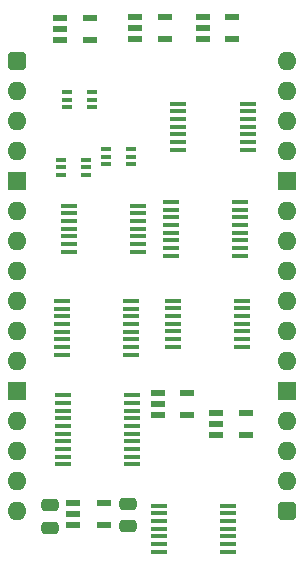
<source format=gbr>
%TF.GenerationSoftware,KiCad,Pcbnew,7.0.5*%
%TF.CreationDate,2024-01-10T18:16:31+02:00*%
%TF.ProjectId,W65C816 Clock Hold,57363543-3831-4362-9043-6c6f636b2048,rev?*%
%TF.SameCoordinates,Original*%
%TF.FileFunction,Soldermask,Top*%
%TF.FilePolarity,Negative*%
%FSLAX46Y46*%
G04 Gerber Fmt 4.6, Leading zero omitted, Abs format (unit mm)*
G04 Created by KiCad (PCBNEW 7.0.5) date 2024-01-10 18:16:31*
%MOMM*%
%LPD*%
G01*
G04 APERTURE LIST*
G04 Aperture macros list*
%AMRoundRect*
0 Rectangle with rounded corners*
0 $1 Rounding radius*
0 $2 $3 $4 $5 $6 $7 $8 $9 X,Y pos of 4 corners*
0 Add a 4 corners polygon primitive as box body*
4,1,4,$2,$3,$4,$5,$6,$7,$8,$9,$2,$3,0*
0 Add four circle primitives for the rounded corners*
1,1,$1+$1,$2,$3*
1,1,$1+$1,$4,$5*
1,1,$1+$1,$6,$7*
1,1,$1+$1,$8,$9*
0 Add four rect primitives between the rounded corners*
20,1,$1+$1,$2,$3,$4,$5,0*
20,1,$1+$1,$4,$5,$6,$7,0*
20,1,$1+$1,$6,$7,$8,$9,0*
20,1,$1+$1,$8,$9,$2,$3,0*%
G04 Aperture macros list end*
%ADD10R,1.250000X0.600000*%
%ADD11R,0.875000X0.450000*%
%ADD12R,1.150000X0.600000*%
%ADD13R,1.475000X0.450000*%
%ADD14R,1.450000X0.450000*%
%ADD15RoundRect,0.400000X-0.400000X-0.400000X0.400000X-0.400000X0.400000X0.400000X-0.400000X0.400000X0*%
%ADD16O,1.600000X1.600000*%
%ADD17R,1.600000X1.600000*%
%ADD18RoundRect,0.250000X0.475000X-0.250000X0.475000X0.250000X-0.475000X0.250000X-0.475000X-0.250000X0*%
G04 APERTURE END LIST*
D10*
%TO.C,IC51*%
X103271000Y-100904000D03*
X103271000Y-101854000D03*
X103271000Y-102804000D03*
X105771000Y-102804000D03*
X105771000Y-100904000D03*
%TD*%
D11*
%TO.C,IC47*%
X90124000Y-79487000D03*
X90124000Y-80137000D03*
X90124000Y-80787000D03*
X92248000Y-80787000D03*
X92248000Y-80137000D03*
X92248000Y-79487000D03*
%TD*%
D10*
%TO.C,IC44*%
X90063000Y-67503000D03*
X90063000Y-68453000D03*
X90063000Y-69403000D03*
X92563000Y-69403000D03*
X92563000Y-67503000D03*
%TD*%
D12*
%TO.C,IC41*%
X91156000Y-108524000D03*
X91156000Y-109474000D03*
X91156000Y-110424000D03*
X93756000Y-110424000D03*
X93756000Y-108524000D03*
%TD*%
D13*
%TO.C,IC31*%
X100059000Y-74758000D03*
X100059000Y-75408000D03*
X100059000Y-76058000D03*
X100059000Y-76708000D03*
X100059000Y-77358000D03*
X100059000Y-78008000D03*
X100059000Y-78658000D03*
X105935000Y-78658000D03*
X105935000Y-78008000D03*
X105935000Y-77358000D03*
X105935000Y-76708000D03*
X105935000Y-76058000D03*
X105935000Y-75408000D03*
X105935000Y-74758000D03*
%TD*%
D14*
%TO.C,IC30*%
X90166000Y-91451000D03*
X90166000Y-92101000D03*
X90166000Y-92751000D03*
X90166000Y-93401000D03*
X90166000Y-94051000D03*
X90166000Y-94701000D03*
X90166000Y-95351000D03*
X90166000Y-96001000D03*
X96016000Y-96001000D03*
X96016000Y-95351000D03*
X96016000Y-94701000D03*
X96016000Y-94051000D03*
X96016000Y-93401000D03*
X96016000Y-92751000D03*
X96016000Y-92101000D03*
X96016000Y-91451000D03*
%TD*%
D10*
%TO.C,IC29*%
X102128000Y-67376000D03*
X102128000Y-68326000D03*
X102128000Y-69276000D03*
X104628000Y-69276000D03*
X104628000Y-67376000D03*
%TD*%
%TO.C,IC28*%
X98318000Y-99253000D03*
X98318000Y-100203000D03*
X98318000Y-101153000D03*
X100818000Y-101153000D03*
X100818000Y-99253000D03*
%TD*%
%TO.C,IC27*%
X96413000Y-67376000D03*
X96413000Y-68326000D03*
X96413000Y-69276000D03*
X98913000Y-69276000D03*
X98913000Y-67376000D03*
%TD*%
D13*
%TO.C,IC26*%
X98408000Y-108794000D03*
X98408000Y-109444000D03*
X98408000Y-110094000D03*
X98408000Y-110744000D03*
X98408000Y-111394000D03*
X98408000Y-112044000D03*
X98408000Y-112694000D03*
X104284000Y-112694000D03*
X104284000Y-112044000D03*
X104284000Y-111394000D03*
X104284000Y-110744000D03*
X104284000Y-110094000D03*
X104284000Y-109444000D03*
X104284000Y-108794000D03*
%TD*%
%TO.C,IC24*%
X99568000Y-91440000D03*
X99568000Y-92090000D03*
X99568000Y-92740000D03*
X99568000Y-93390000D03*
X99568000Y-94040000D03*
X99568000Y-94690000D03*
X99568000Y-95340000D03*
X105444000Y-95340000D03*
X105444000Y-94690000D03*
X105444000Y-94040000D03*
X105444000Y-93390000D03*
X105444000Y-92740000D03*
X105444000Y-92090000D03*
X105444000Y-91440000D03*
%TD*%
D14*
%TO.C,IC23*%
X99437000Y-83069000D03*
X99437000Y-83719000D03*
X99437000Y-84369000D03*
X99437000Y-85019000D03*
X99437000Y-85669000D03*
X99437000Y-86319000D03*
X99437000Y-86969000D03*
X99437000Y-87619000D03*
X105287000Y-87619000D03*
X105287000Y-86969000D03*
X105287000Y-86319000D03*
X105287000Y-85669000D03*
X105287000Y-85019000D03*
X105287000Y-84369000D03*
X105287000Y-83719000D03*
X105287000Y-83069000D03*
%TD*%
D13*
%TO.C,IC22*%
X90280000Y-99437000D03*
X90280000Y-100087000D03*
X90280000Y-100737000D03*
X90280000Y-101387000D03*
X90280000Y-102037000D03*
X90280000Y-102687000D03*
X90280000Y-103337000D03*
X90280000Y-103987000D03*
X90280000Y-104637000D03*
X90280000Y-105287000D03*
X96156000Y-105287000D03*
X96156000Y-104637000D03*
X96156000Y-103987000D03*
X96156000Y-103337000D03*
X96156000Y-102687000D03*
X96156000Y-102037000D03*
X96156000Y-101387000D03*
X96156000Y-100737000D03*
X96156000Y-100087000D03*
X96156000Y-99437000D03*
%TD*%
D11*
%TO.C,IC21*%
X93934000Y-78598000D03*
X93934000Y-79248000D03*
X93934000Y-79898000D03*
X96058000Y-79898000D03*
X96058000Y-79248000D03*
X96058000Y-78598000D03*
%TD*%
D13*
%TO.C,IC7*%
X90788000Y-83394000D03*
X90788000Y-84044000D03*
X90788000Y-84694000D03*
X90788000Y-85344000D03*
X90788000Y-85994000D03*
X90788000Y-86644000D03*
X90788000Y-87294000D03*
X96664000Y-87294000D03*
X96664000Y-86644000D03*
X96664000Y-85994000D03*
X96664000Y-85344000D03*
X96664000Y-84694000D03*
X96664000Y-84044000D03*
X96664000Y-83394000D03*
%TD*%
D15*
%TO.C,J1*%
X86360000Y-71120000D03*
D16*
X86360000Y-73660000D03*
X86360000Y-76200000D03*
X86360000Y-78740000D03*
D17*
X86360000Y-81280000D03*
D16*
X86360000Y-83820000D03*
X86360000Y-86360000D03*
X86360000Y-88900000D03*
X86360000Y-91440000D03*
X86360000Y-93980000D03*
X86360000Y-96520000D03*
D17*
X86360000Y-99060000D03*
D16*
X86360000Y-101600000D03*
X86360000Y-104140000D03*
X86360000Y-106680000D03*
X86360000Y-109220000D03*
D15*
X109220000Y-109220000D03*
D16*
X109220000Y-106680000D03*
X109220000Y-104140000D03*
X109220000Y-101600000D03*
D17*
X109220000Y-99060000D03*
D16*
X109220000Y-96520000D03*
X109220000Y-93980000D03*
X109220000Y-91440000D03*
X109220000Y-88900000D03*
X109220000Y-86360000D03*
X109220000Y-83820000D03*
D17*
X109220000Y-81280000D03*
D16*
X109220000Y-78740000D03*
X109220000Y-76200000D03*
X109220000Y-73660000D03*
X109220000Y-71120000D03*
%TD*%
D18*
%TO.C,C44*%
X95758000Y-110535000D03*
X95758000Y-108635000D03*
%TD*%
D11*
%TO.C,IC43*%
X90632000Y-73772000D03*
X90632000Y-74422000D03*
X90632000Y-75072000D03*
X92756000Y-75072000D03*
X92756000Y-74422000D03*
X92756000Y-73772000D03*
%TD*%
D18*
%TO.C,C43*%
X89154000Y-110662000D03*
X89154000Y-108762000D03*
%TD*%
M02*

</source>
